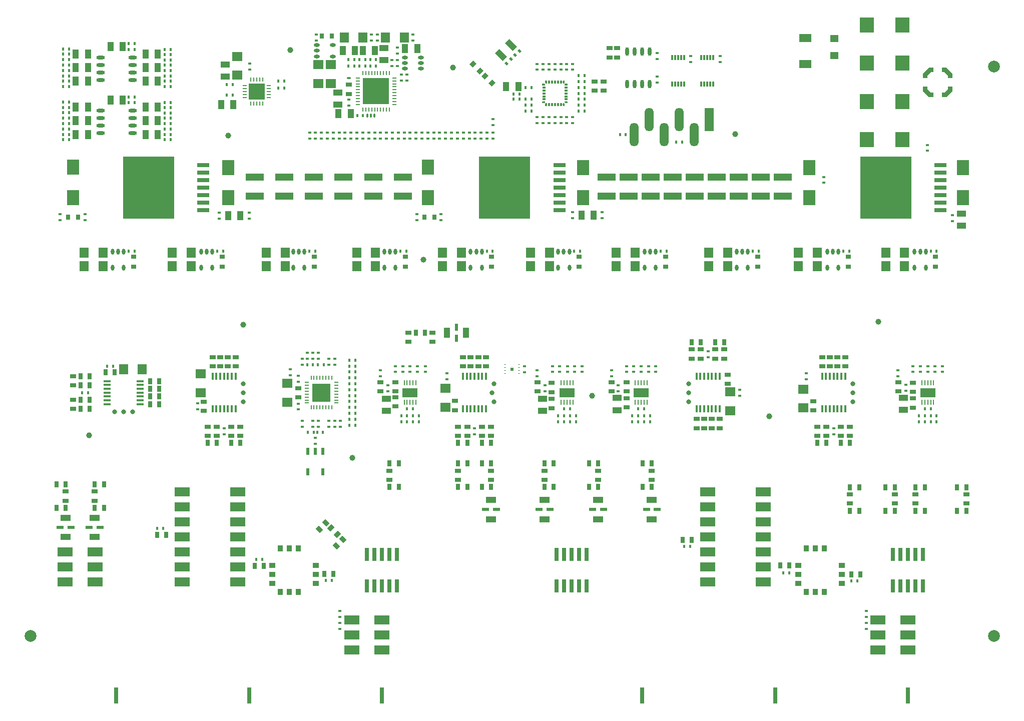
<source format=gtp>
G04*
G04 #@! TF.GenerationSoftware,Altium Limited,Altium Designer,19.1.8 (144)*
G04*
G04 Layer_Color=8421504*
%FSLAX44Y44*%
%MOMM*%
G71*
G01*
G75*
%ADD20C,1.0000*%
%ADD21R,3.0480X1.2700*%
%ADD22R,2.1000X1.4000*%
%ADD23R,1.8000X1.6000*%
%ADD24R,0.4000X0.5000*%
%ADD25R,0.5000X0.4000*%
%ADD26R,1.1000X1.5000*%
%ADD27R,1.5000X1.1000*%
%ADD28R,2.0860X0.6890*%
%ADD29R,8.6900X10.4680*%
%ADD30R,1.6000X1.8000*%
%ADD31R,0.4000X0.8500*%
%ADD32R,3.1000X3.1000*%
%ADD33O,0.7500X0.2500*%
%ADD34O,0.2500X0.7500*%
%ADD35R,0.5600X1.2000*%
%ADD36R,2.5400X1.6500*%
%ADD37C,2.0000*%
%ADD38R,2.3500X2.5700*%
%ADD39R,0.7600X2.1600*%
%ADD40R,0.8000X1.0000*%
%ADD41R,1.0000X0.8000*%
G04:AMPARAMS|DCode=42|XSize=1mm|YSize=0.8mm|CornerRadius=0mm|HoleSize=0mm|Usage=FLASHONLY|Rotation=135.000|XOffset=0mm|YOffset=0mm|HoleType=Round|Shape=Rectangle|*
%AMROTATEDRECTD42*
4,1,4,0.6364,-0.0707,0.0707,-0.6364,-0.6364,0.0707,-0.0707,0.6364,0.6364,-0.0707,0.0*
%
%ADD42ROTATEDRECTD42*%

G04:AMPARAMS|DCode=43|XSize=1mm|YSize=0.8mm|CornerRadius=0mm|HoleSize=0mm|Usage=FLASHONLY|Rotation=225.000|XOffset=0mm|YOffset=0mm|HoleType=Round|Shape=Rectangle|*
%AMROTATEDRECTD43*
4,1,4,0.0707,0.6364,0.6364,0.0707,-0.0707,-0.6364,-0.6364,-0.0707,0.0707,0.6364,0.0*
%
%ADD43ROTATEDRECTD43*%

%ADD44O,0.6000X1.0000*%
%ADD45O,1.4500X0.6000*%
%ADD46R,4.5000X4.5000*%
%ADD47O,1.0000X0.6000*%
%ADD48R,0.8000X0.9500*%
%ADD49R,0.9500X0.8000*%
%ADD50R,2.1500X2.5700*%
G04:AMPARAMS|DCode=51|XSize=0.95mm|YSize=0.8mm|CornerRadius=0mm|HoleSize=0mm|Usage=FLASHONLY|Rotation=45.000|XOffset=0mm|YOffset=0mm|HoleType=Round|Shape=Rectangle|*
%AMROTATEDRECTD51*
4,1,4,-0.0530,-0.6187,-0.6187,-0.0530,0.0530,0.6187,0.6187,0.0530,-0.0530,-0.6187,0.0*
%
%ADD51ROTATEDRECTD51*%

%ADD52R,1.0700X0.8200*%
%ADD53R,0.8200X1.0700*%
%ADD54R,0.8000X2.8000*%
%ADD55R,0.4500X1.2000*%
%ADD56O,0.2500X0.8500*%
%ADD57R,2.7500X2.7500*%
%ADD58O,0.6000X1.4500*%
G04:AMPARAMS|DCode=59|XSize=1mm|YSize=1.8mm|CornerRadius=0mm|HoleSize=0mm|Usage=FLASHONLY|Rotation=45.000|XOffset=0mm|YOffset=0mm|HoleType=Round|Shape=Rectangle|*
%AMROTATEDRECTD59*
4,1,4,0.2828,-0.9900,-0.9900,0.2828,-0.2828,0.9900,0.9900,-0.2828,0.2828,-0.9900,0.0*
%
%ADD59ROTATEDRECTD59*%

%ADD60R,1.4000X1.3000*%
%ADD61R,1.2450X0.6100*%
%ADD62R,1.8000X1.0400*%
G04:AMPARAMS|DCode=63|XSize=0.5mm|YSize=0.4mm|CornerRadius=0mm|HoleSize=0mm|Usage=FLASHONLY|Rotation=135.000|XOffset=0mm|YOffset=0mm|HoleType=Round|Shape=Rectangle|*
%AMROTATEDRECTD63*
4,1,4,0.3182,-0.0354,0.0354,-0.3182,-0.3182,0.0354,-0.0354,0.3182,0.3182,-0.0354,0.0*
%
%ADD63ROTATEDRECTD63*%

%ADD64R,0.3500X0.0500*%
%ADD65R,0.5000X0.5000*%
%ADD66R,0.3000X0.2000*%
%ADD67R,0.3000X0.5500*%
%ADD68R,0.5500X0.3000*%
%ADD69R,0.2000X0.3000*%
%ADD70R,1.2000X0.4500*%
%ADD71R,0.6100X1.2450*%
%ADD72R,1.0400X1.8000*%
%ADD73C,0.8000*%
%ADD74O,0.3000X0.8000*%
%ADD75O,0.8000X0.3000*%
%ADD76O,1.5000X4.0000*%
%ADD77R,1.5000X4.0000*%
%ADD78P,0.7071X4X180.0*%
G36*
X712500Y550000D02*
Y542500D01*
X708501Y542500D01*
X702501Y536501D01*
X702498Y532499D01*
X695000Y532500D01*
X695000Y540000D01*
X705000Y550000D01*
X712500Y550000D01*
D02*
G37*
G36*
X745000Y540000D02*
X745000Y532500D01*
X737502Y532499D01*
X737499Y536501D01*
X731499Y542500D01*
X727500Y542500D01*
Y550000D01*
X735000Y550000D01*
X745000Y540000D01*
D02*
G37*
G36*
X89003Y523996D02*
X87852Y522847D01*
X86003Y522846D01*
Y527846D01*
X89003D01*
X89003Y523996D01*
D02*
G37*
G36*
X59003Y522846D02*
X57154Y522847D01*
X56002Y523996D01*
X56003Y527846D01*
X59003D01*
Y522846D01*
D02*
G37*
G36*
X94003Y522846D02*
Y519846D01*
X89003D01*
X89004Y521696D01*
X90153Y522847D01*
X94003Y522846D01*
D02*
G37*
G36*
X56003Y521695D02*
X56003Y519846D01*
X51003D01*
Y522846D01*
X54853Y522847D01*
X56003Y521695D01*
D02*
G37*
G36*
X745000Y517500D02*
X745000Y510000D01*
X735000Y500000D01*
X727500Y500000D01*
Y507500D01*
X731499Y507500D01*
X737499Y513499D01*
X737502Y517501D01*
X745000Y517500D01*
D02*
G37*
G36*
X702501Y513499D02*
X708501Y507500D01*
X712500Y507500D01*
Y500000D01*
X705000Y500000D01*
X695000Y510000D01*
X695000Y517500D01*
X702498Y517501D01*
X702501Y513499D01*
D02*
G37*
G36*
X94003Y489847D02*
X90153Y489846D01*
X89004Y490998D01*
X89003Y492847D01*
X94003D01*
Y489847D01*
D02*
G37*
G36*
X56003Y490998D02*
X54853Y489846D01*
X51003Y489846D01*
Y492846D01*
X56003D01*
X56003Y490998D01*
D02*
G37*
G36*
X87852Y489846D02*
X89004Y488697D01*
X89003Y484847D01*
X86003D01*
Y489846D01*
X87852Y489846D01*
D02*
G37*
G36*
X59004Y484847D02*
X56003D01*
X56003Y488697D01*
X57154Y489846D01*
X59004Y489846D01*
Y484847D01*
D02*
G37*
D20*
X-715145Y-72500D02*
D03*
X377500Y437500D02*
D03*
X-150000Y225000D02*
D03*
X620000Y120000D02*
D03*
X435000Y-40000D02*
D03*
X-100000Y550000D02*
D03*
X-375000Y580000D02*
D03*
X-480000Y435000D02*
D03*
X135000Y-5000D02*
D03*
X-455000Y115000D02*
D03*
X-270000Y-110000D02*
D03*
D21*
X420378Y332450D02*
D03*
Y364450D02*
D03*
X-285050Y332450D02*
D03*
Y364450D02*
D03*
X-335050Y332450D02*
D03*
Y364450D02*
D03*
X308787Y332450D02*
D03*
Y364450D02*
D03*
X271591Y332450D02*
D03*
Y364450D02*
D03*
X234394Y332450D02*
D03*
Y364450D02*
D03*
X160000Y332450D02*
D03*
Y364450D02*
D03*
X197197Y332450D02*
D03*
Y364450D02*
D03*
X345984Y332450D02*
D03*
Y364450D02*
D03*
X383181Y332450D02*
D03*
Y364450D02*
D03*
X457575Y332450D02*
D03*
Y364450D02*
D03*
X-435050Y332450D02*
D03*
Y364450D02*
D03*
X-385050Y332450D02*
D03*
Y364450D02*
D03*
X-235050Y332450D02*
D03*
Y364450D02*
D03*
X-185050Y332450D02*
D03*
Y364450D02*
D03*
D22*
X496000Y555873D02*
D03*
Y599873D02*
D03*
D23*
X-327500Y555000D02*
D03*
Y523000D02*
D03*
X-306500Y555000D02*
D03*
Y523000D02*
D03*
X492500Y-26000D02*
D03*
X492500Y6000D02*
D03*
X-465000Y537000D02*
D03*
Y569000D02*
D03*
X-113000Y-25000D02*
D03*
Y7000D02*
D03*
X369000Y-31000D02*
D03*
Y1000D02*
D03*
X-526851Y31500D02*
D03*
Y-500D02*
D03*
X-380000Y15876D02*
D03*
Y-16123D02*
D03*
D24*
X278004Y424200D02*
D03*
X288004D02*
D03*
X-275000Y-45000D02*
D03*
X-265000D02*
D03*
X-328290Y47500D02*
D03*
X-318290D02*
D03*
X-329840Y-67000D02*
D03*
X-319840D02*
D03*
X-346790Y47500D02*
D03*
X-336790D02*
D03*
X-345240Y-67000D02*
D03*
X-335240D02*
D03*
X-265000Y45000D02*
D03*
X-275000D02*
D03*
X-265000Y-25000D02*
D03*
X-275000D02*
D03*
X-265000Y-35000D02*
D03*
X-275000D02*
D03*
X-265000Y15000D02*
D03*
X-275000D02*
D03*
X-265000Y5000D02*
D03*
X-275000D02*
D03*
X-265000Y-5000D02*
D03*
X-275000D02*
D03*
X-265000Y-55000D02*
D03*
X-275000D02*
D03*
X-265000Y55000D02*
D03*
X-275000D02*
D03*
X-265000Y35000D02*
D03*
X-275000D02*
D03*
X-265000Y25000D02*
D03*
X-275000D02*
D03*
X-265000Y-15000D02*
D03*
X-275000D02*
D03*
X-638750Y500400D02*
D03*
X32503Y486347D02*
D03*
X22503D02*
D03*
X-638750Y590400D02*
D03*
X-648750D02*
D03*
X-638750Y580400D02*
D03*
X-648750D02*
D03*
X-749750Y535900D02*
D03*
X-759750D02*
D03*
X-749750Y526900D02*
D03*
X-759750D02*
D03*
Y545270D02*
D03*
X-749750D02*
D03*
X-759750Y554270D02*
D03*
X-749750D02*
D03*
X-749750Y517900D02*
D03*
X-759750D02*
D03*
X-749750Y572489D02*
D03*
X-759750D02*
D03*
Y563489D02*
D03*
X-749750D02*
D03*
X-759750Y581489D02*
D03*
X-749750D02*
D03*
Y445900D02*
D03*
X-759750D02*
D03*
X-749750Y427900D02*
D03*
X-759750D02*
D03*
X-749750Y436900D02*
D03*
X-759750D02*
D03*
Y473489D02*
D03*
X-749750D02*
D03*
Y482489D02*
D03*
X-759750D02*
D03*
Y491489D02*
D03*
X-749750D02*
D03*
X-759750Y455270D02*
D03*
X-749750D02*
D03*
X-759750Y464270D02*
D03*
X-749750D02*
D03*
X-648750Y500400D02*
D03*
X-638750Y490400D02*
D03*
X-648750D02*
D03*
X291500Y-260000D02*
D03*
X301500D02*
D03*
X-277000Y552500D02*
D03*
X-267000D02*
D03*
X-267000Y563500D02*
D03*
X-277000D02*
D03*
X-258500Y563500D02*
D03*
X-248500Y563500D02*
D03*
X-248500Y552500D02*
D03*
X-258500D02*
D03*
X-230000D02*
D03*
X-240000D02*
D03*
Y563500D02*
D03*
X-230000D02*
D03*
X-332750Y239100D02*
D03*
X-342750D02*
D03*
X115250D02*
D03*
X105250D02*
D03*
X261250D02*
D03*
X251250D02*
D03*
X-178750D02*
D03*
X-188750D02*
D03*
X-638750D02*
D03*
X-648750D02*
D03*
X570250D02*
D03*
X560250D02*
D03*
X-488750D02*
D03*
X-498750D02*
D03*
X-32750D02*
D03*
X-42750D02*
D03*
X417250D02*
D03*
X407250D02*
D03*
X718250D02*
D03*
X708250D02*
D03*
X-685000Y44600D02*
D03*
X-675000D02*
D03*
X-577750Y535900D02*
D03*
X-587750D02*
D03*
Y526900D02*
D03*
X-577750D02*
D03*
Y545270D02*
D03*
X-587750D02*
D03*
Y554270D02*
D03*
X-577750D02*
D03*
X-587750Y517900D02*
D03*
X-577750D02*
D03*
X-587750Y580900D02*
D03*
X-577750D02*
D03*
X-587750Y571900D02*
D03*
X-577750D02*
D03*
X-587750Y562900D02*
D03*
X-577750D02*
D03*
X-577750Y445900D02*
D03*
X-587750D02*
D03*
Y436900D02*
D03*
X-577750D02*
D03*
Y455270D02*
D03*
X-587750D02*
D03*
Y464270D02*
D03*
X-577750D02*
D03*
X-587750Y427900D02*
D03*
X-577750D02*
D03*
X-587750Y490900D02*
D03*
X-577750D02*
D03*
X-587750Y481900D02*
D03*
X-577750D02*
D03*
X-587750Y472900D02*
D03*
X-577750D02*
D03*
X-432720Y-282530D02*
D03*
X-422720D02*
D03*
X-315000Y-317500D02*
D03*
X-305000D02*
D03*
X-600000Y-230000D02*
D03*
X-590000D02*
D03*
X469000Y-305000D02*
D03*
X459000D02*
D03*
X573750Y-318250D02*
D03*
X583750D02*
D03*
X698147Y-39600D02*
D03*
X688147D02*
D03*
X718147Y-49600D02*
D03*
X708147D02*
D03*
X698147D02*
D03*
X688147D02*
D03*
X-472500Y521500D02*
D03*
X-482500D02*
D03*
X-472500Y503350D02*
D03*
X-482500D02*
D03*
X-385500Y527350D02*
D03*
X-395500D02*
D03*
X-385500Y515350D02*
D03*
X-395500D02*
D03*
X-252000Y469000D02*
D03*
X-262000Y469000D02*
D03*
X213197Y-27050D02*
D03*
X223197D02*
D03*
X182500Y436700D02*
D03*
X192500D02*
D03*
X233197Y-49550D02*
D03*
X223197D02*
D03*
X108197Y-39599D02*
D03*
X98197Y-39599D02*
D03*
X88197D02*
D03*
X78197D02*
D03*
X88197Y-49599D02*
D03*
X78197D02*
D03*
X-157553Y-39600D02*
D03*
X-167553Y-39600D02*
D03*
X-177553D02*
D03*
X-187553D02*
D03*
X-177553Y-49600D02*
D03*
X-187553D02*
D03*
X122503Y496347D02*
D03*
X112503D02*
D03*
X22503Y476347D02*
D03*
X32503D02*
D03*
X22503Y516347D02*
D03*
X32503D02*
D03*
Y496347D02*
D03*
X22503D02*
D03*
X122503Y486347D02*
D03*
X112503D02*
D03*
X122503Y516347D02*
D03*
X112503D02*
D03*
X213197Y-39550D02*
D03*
X203197D02*
D03*
X213197Y-49550D02*
D03*
X203197D02*
D03*
X12503Y505597D02*
D03*
X2503D02*
D03*
X-717250Y-0D02*
D03*
X-727250D02*
D03*
X122503Y536347D02*
D03*
X112503D02*
D03*
X122503Y526347D02*
D03*
X112503D02*
D03*
X233197Y-39550D02*
D03*
X223197D02*
D03*
X88197Y-27099D02*
D03*
X98197Y-27099D02*
D03*
X108197Y-49599D02*
D03*
X98197D02*
D03*
X-177553Y-27100D02*
D03*
X-167553Y-27100D02*
D03*
X12503Y496597D02*
D03*
X2503D02*
D03*
X-157553Y-49600D02*
D03*
X-167553D02*
D03*
X122503Y506347D02*
D03*
X112503D02*
D03*
X122503Y476347D02*
D03*
X112503D02*
D03*
X708147Y-39600D02*
D03*
X718147Y-39600D02*
D03*
X708147Y-27100D02*
D03*
X698147Y-27100D02*
D03*
D25*
X-495000Y294505D02*
D03*
Y304505D02*
D03*
X745000Y290000D02*
D03*
Y300000D02*
D03*
X-300000Y57500D02*
D03*
Y47500D02*
D03*
X-291073Y-369350D02*
D03*
Y-379350D02*
D03*
X598927Y-369350D02*
D03*
Y-379350D02*
D03*
X-328040Y-57500D02*
D03*
Y-47500D02*
D03*
X-327840Y57500D02*
D03*
Y67500D02*
D03*
X-337240Y57500D02*
D03*
Y67500D02*
D03*
X-346790D02*
D03*
Y57500D02*
D03*
X-332540Y-86500D02*
D03*
Y-76500D02*
D03*
X-337040Y-57500D02*
D03*
Y-47500D02*
D03*
X-290919Y-57500D02*
D03*
Y-47500D02*
D03*
X-32500Y463000D02*
D03*
Y453000D02*
D03*
X-355084Y-47500D02*
D03*
Y-57500D02*
D03*
X-310000Y-47500D02*
D03*
Y-57500D02*
D03*
X-299960D02*
D03*
Y-47500D02*
D03*
X302500Y559600D02*
D03*
Y569600D02*
D03*
X-444000Y546500D02*
D03*
Y556500D02*
D03*
X-228000Y596000D02*
D03*
Y606000D02*
D03*
X-238000Y596000D02*
D03*
Y606000D02*
D03*
X-168000Y596000D02*
D03*
Y606000D02*
D03*
X-177500Y538000D02*
D03*
Y528000D02*
D03*
X-375000Y29600D02*
D03*
Y39600D02*
D03*
X-331000Y606000D02*
D03*
Y596000D02*
D03*
X652500Y27500D02*
D03*
Y37500D02*
D03*
X42500Y27500D02*
D03*
Y37500D02*
D03*
X168000Y27550D02*
D03*
Y37550D02*
D03*
X-222500Y27500D02*
D03*
Y37500D02*
D03*
X497500Y32500D02*
D03*
Y22500D02*
D03*
X-531850Y-28000D02*
D03*
Y-18000D02*
D03*
X-110000Y32750D02*
D03*
Y22750D02*
D03*
X385000Y5000D02*
D03*
Y-5000D02*
D03*
X-765000Y301850D02*
D03*
Y291850D02*
D03*
X-722500Y292100D02*
D03*
Y302100D02*
D03*
X-444600Y294505D02*
D03*
Y304505D02*
D03*
X102500Y295000D02*
D03*
Y305000D02*
D03*
X-161250Y302100D02*
D03*
Y292100D02*
D03*
X-120000D02*
D03*
Y302100D02*
D03*
X152500Y295000D02*
D03*
Y305000D02*
D03*
X527500Y355000D02*
D03*
Y365000D02*
D03*
X702500Y419206D02*
D03*
Y409206D02*
D03*
X-291073Y-399850D02*
D03*
Y-389850D02*
D03*
X-362000Y18376D02*
D03*
Y28377D02*
D03*
Y-28623D02*
D03*
Y-18623D02*
D03*
X544000Y-60250D02*
D03*
Y-70250D02*
D03*
X728147Y34900D02*
D03*
Y44900D02*
D03*
X715647D02*
D03*
Y34900D02*
D03*
X703147Y44900D02*
D03*
Y34900D02*
D03*
X690647Y44900D02*
D03*
Y34900D02*
D03*
X678147Y44900D02*
D03*
Y34900D02*
D03*
X666000Y3000D02*
D03*
Y13000D02*
D03*
X598927Y-389850D02*
D03*
Y-399850D02*
D03*
X245753Y564603D02*
D03*
Y574603D02*
D03*
X245753Y534603D02*
D03*
X245753Y524603D02*
D03*
X-194000Y574000D02*
D03*
Y584000D02*
D03*
X-187500Y538000D02*
D03*
Y528000D02*
D03*
X-276500Y486000D02*
D03*
Y496000D02*
D03*
X118147Y34900D02*
D03*
Y44900D02*
D03*
X205947Y44950D02*
D03*
X205947Y34950D02*
D03*
X193447Y44950D02*
D03*
Y34950D02*
D03*
X179700Y2600D02*
D03*
X179700Y12600D02*
D03*
X102503Y556347D02*
D03*
Y546347D02*
D03*
X93448Y44950D02*
D03*
Y34950D02*
D03*
X230697Y44950D02*
D03*
Y34950D02*
D03*
X82503Y556347D02*
D03*
Y546347D02*
D03*
X-172553Y44900D02*
D03*
X-172553Y34900D02*
D03*
X80697Y44950D02*
D03*
Y34950D02*
D03*
X-63500Y-60250D02*
D03*
Y-70250D02*
D03*
X52753Y556347D02*
D03*
Y546347D02*
D03*
X72503Y556347D02*
D03*
Y546347D02*
D03*
X-355084Y57500D02*
D03*
Y47500D02*
D03*
X42503Y466347D02*
D03*
Y456347D02*
D03*
X92503D02*
D03*
Y466347D02*
D03*
X-146853Y34900D02*
D03*
Y44900D02*
D03*
X62503Y456347D02*
D03*
Y466347D02*
D03*
X105697Y44950D02*
D03*
Y34950D02*
D03*
X218447Y44950D02*
D03*
Y34950D02*
D03*
X42503Y556347D02*
D03*
Y546347D02*
D03*
X62503Y556347D02*
D03*
Y546347D02*
D03*
X55700Y2600D02*
D03*
Y12600D02*
D03*
X68197Y44950D02*
D03*
Y34950D02*
D03*
X-197303Y44900D02*
D03*
Y34900D02*
D03*
X-185053Y44900D02*
D03*
Y34900D02*
D03*
X-209800Y2100D02*
D03*
Y12100D02*
D03*
X352500Y569600D02*
D03*
Y559600D02*
D03*
X82503Y466347D02*
D03*
Y456347D02*
D03*
X-160053Y44900D02*
D03*
Y34900D02*
D03*
X-310000Y57500D02*
D03*
Y47500D02*
D03*
X-487250Y-60250D02*
D03*
Y-70250D02*
D03*
X243147Y34900D02*
D03*
Y44900D02*
D03*
X331500Y60250D02*
D03*
Y70250D02*
D03*
X92253Y556347D02*
D03*
Y546347D02*
D03*
X21000Y44600D02*
D03*
Y34600D02*
D03*
X72503Y456347D02*
D03*
Y466347D02*
D03*
X102503Y456347D02*
D03*
Y466347D02*
D03*
X-132500Y430000D02*
D03*
Y440000D02*
D03*
X-42500Y430000D02*
D03*
X-42500Y440000D02*
D03*
X-312500Y430000D02*
D03*
Y440000D02*
D03*
X-203000Y563000D02*
D03*
X-203000Y553000D02*
D03*
X-282500Y430000D02*
D03*
Y440000D02*
D03*
X52503Y466347D02*
D03*
Y456347D02*
D03*
X-272500Y440000D02*
D03*
Y430000D02*
D03*
X-302500Y440000D02*
D03*
Y430000D02*
D03*
X-292500Y440000D02*
D03*
X-292500Y430000D02*
D03*
X-322500Y440000D02*
D03*
Y430000D02*
D03*
X-342500Y440000D02*
D03*
Y430000D02*
D03*
X-332500Y440000D02*
D03*
X-332500Y430000D02*
D03*
X-262500Y440000D02*
D03*
Y430000D02*
D03*
X-252500Y440000D02*
D03*
Y430000D02*
D03*
X-242500Y440000D02*
D03*
Y430000D02*
D03*
X-232500Y440000D02*
D03*
X-232500Y430000D02*
D03*
X-222500Y440000D02*
D03*
Y430000D02*
D03*
X-212500Y440000D02*
D03*
X-212500Y430000D02*
D03*
X-202500Y440000D02*
D03*
Y430000D02*
D03*
X-192500Y440000D02*
D03*
Y430000D02*
D03*
X-182500Y440000D02*
D03*
X-182500Y430000D02*
D03*
X-172500Y440000D02*
D03*
Y430000D02*
D03*
X-162500Y440000D02*
D03*
Y430000D02*
D03*
X-152500Y440000D02*
D03*
Y430000D02*
D03*
X-142500Y440000D02*
D03*
Y430000D02*
D03*
X-122500Y440000D02*
D03*
X-122500Y430000D02*
D03*
X-112500Y440000D02*
D03*
Y430000D02*
D03*
X-102500Y440000D02*
D03*
X-102500Y430000D02*
D03*
X-92500Y440000D02*
D03*
X-92500Y430000D02*
D03*
X-82500Y440000D02*
D03*
X-82500Y430000D02*
D03*
X-72500Y440000D02*
D03*
Y430000D02*
D03*
X-62500Y440000D02*
D03*
Y430000D02*
D03*
X-52500Y440000D02*
D03*
Y430000D02*
D03*
X-32500Y440000D02*
D03*
Y430000D02*
D03*
X-194000Y553000D02*
D03*
Y563000D02*
D03*
D26*
X117250Y300000D02*
D03*
X137750D02*
D03*
X-717500Y572900D02*
D03*
X-738000D02*
D03*
X-717500Y526900D02*
D03*
X-738000D02*
D03*
X-717500Y549925D02*
D03*
X-738000D02*
D03*
X-619750Y526900D02*
D03*
X-599250D02*
D03*
X-620000Y549925D02*
D03*
X-599500D02*
D03*
X-658500Y585400D02*
D03*
X-679000D02*
D03*
X-619750Y436900D02*
D03*
X-599250D02*
D03*
X-620000Y459925D02*
D03*
X-599500D02*
D03*
X-717500Y482900D02*
D03*
X-738000D02*
D03*
X-717500Y459925D02*
D03*
X-738000D02*
D03*
X-717500Y436900D02*
D03*
X-738000D02*
D03*
X-658500Y495400D02*
D03*
X-679000D02*
D03*
X-266000Y579000D02*
D03*
X-286500D02*
D03*
X-252500D02*
D03*
X-232000D02*
D03*
X-620000Y572900D02*
D03*
X-599500D02*
D03*
X-620000Y482900D02*
D03*
X-599500Y482900D02*
D03*
X-459750Y299505D02*
D03*
X-480250D02*
D03*
X-492250Y487100D02*
D03*
X-471750Y487100D02*
D03*
X-160500Y582000D02*
D03*
X-181000Y582000D02*
D03*
X-273000Y472000D02*
D03*
X-293500Y472000D02*
D03*
X-9997Y517597D02*
D03*
X10503D02*
D03*
D27*
X760000Y302750D02*
D03*
Y282250D02*
D03*
X-217000Y562500D02*
D03*
X-217000Y583000D02*
D03*
X662000Y-29250D02*
D03*
Y-8750D02*
D03*
X-485000Y555250D02*
D03*
Y534750D02*
D03*
X-295000Y507500D02*
D03*
X-295000Y487000D02*
D03*
X51700Y-30650D02*
D03*
Y-10150D02*
D03*
X-212300Y-30650D02*
D03*
X-212300Y-10150D02*
D03*
X177700Y-29650D02*
D03*
Y-9150D02*
D03*
D28*
X80125Y308950D02*
D03*
Y321650D02*
D03*
Y334350D02*
D03*
Y347050D02*
D03*
Y359750D02*
D03*
Y372450D02*
D03*
Y385150D02*
D03*
X724710Y308950D02*
D03*
Y321650D02*
D03*
Y334350D02*
D03*
Y347050D02*
D03*
Y359750D02*
D03*
Y372450D02*
D03*
Y385150D02*
D03*
X-522375Y308950D02*
D03*
Y321650D02*
D03*
Y334350D02*
D03*
Y347050D02*
D03*
Y359750D02*
D03*
Y372450D02*
D03*
Y385150D02*
D03*
D29*
X-12585Y347050D02*
D03*
X632000D02*
D03*
X-615085D02*
D03*
D30*
X-692000Y213600D02*
D03*
X-724000D02*
D03*
X516000D02*
D03*
X484000D02*
D03*
X-543000D02*
D03*
X-575000D02*
D03*
X-86000D02*
D03*
X-118000D02*
D03*
X365000D02*
D03*
X333000D02*
D03*
X664000D02*
D03*
X632000D02*
D03*
X63000D02*
D03*
X31000D02*
D03*
X208000D02*
D03*
X176000D02*
D03*
X-231000D02*
D03*
X-263000D02*
D03*
X-384000D02*
D03*
X-416000D02*
D03*
X-692000Y236600D02*
D03*
X-724000D02*
D03*
X516000D02*
D03*
X484000D02*
D03*
X-543000D02*
D03*
X-575000D02*
D03*
X-86000D02*
D03*
X-118000D02*
D03*
X365000D02*
D03*
X333000D02*
D03*
X664000D02*
D03*
X632000D02*
D03*
X63000D02*
D03*
X31000D02*
D03*
X208000D02*
D03*
X176000D02*
D03*
X-231000D02*
D03*
X-263000D02*
D03*
X-384000D02*
D03*
X-416000D02*
D03*
X-252000Y601000D02*
D03*
X-284000Y601000D02*
D03*
X-214000Y601000D02*
D03*
X-182000D02*
D03*
X-625500Y39600D02*
D03*
X-657500Y39600D02*
D03*
D31*
X290753Y522103D02*
D03*
X285753D02*
D03*
X280753D02*
D03*
X275753D02*
D03*
X270753D02*
D03*
Y567103D02*
D03*
X275753Y567103D02*
D03*
X280753Y567103D02*
D03*
X290753Y567103D02*
D03*
X285753Y567103D02*
D03*
X335000Y567100D02*
D03*
X340000Y567100D02*
D03*
X330000Y567100D02*
D03*
X325000Y567100D02*
D03*
X320000D02*
D03*
X320000Y522100D02*
D03*
X325000D02*
D03*
X330000Y522100D02*
D03*
X335000D02*
D03*
X340000Y522100D02*
D03*
D32*
X-322540Y-124D02*
D03*
D33*
X-347540Y-17623D02*
D03*
Y-12623D02*
D03*
Y-7624D02*
D03*
Y-2623D02*
D03*
Y2377D02*
D03*
Y7376D02*
D03*
Y12377D02*
D03*
Y17377D02*
D03*
X-297540D02*
D03*
Y12377D02*
D03*
Y7376D02*
D03*
Y2377D02*
D03*
Y-2623D02*
D03*
Y-7624D02*
D03*
Y-12623D02*
D03*
X-297540Y-17623D02*
D03*
X-199250Y532500D02*
D03*
Y527500D02*
D03*
Y522500D02*
D03*
Y517500D02*
D03*
Y512500D02*
D03*
Y507500D02*
D03*
Y502500D02*
D03*
Y497500D02*
D03*
Y492500D02*
D03*
Y487500D02*
D03*
X-260750D02*
D03*
X-260750Y492500D02*
D03*
Y497500D02*
D03*
Y502500D02*
D03*
X-260750Y507500D02*
D03*
Y512500D02*
D03*
X-260750Y517500D02*
D03*
X-260750Y522500D02*
D03*
X-260750Y527500D02*
D03*
X-260750Y532500D02*
D03*
X-412000Y519500D02*
D03*
X-412000Y514500D02*
D03*
X-412000Y509500D02*
D03*
Y504500D02*
D03*
X-412000Y499500D02*
D03*
X-452000D02*
D03*
Y504500D02*
D03*
Y509500D02*
D03*
X-452000Y514500D02*
D03*
Y519500D02*
D03*
D34*
X-340040Y24877D02*
D03*
X-335040D02*
D03*
X-330040D02*
D03*
X-325040D02*
D03*
X-320040D02*
D03*
X-315040D02*
D03*
X-310040D02*
D03*
X-305040D02*
D03*
Y-25124D02*
D03*
X-310040D02*
D03*
X-315040D02*
D03*
X-320040D02*
D03*
X-325040D02*
D03*
X-330040D02*
D03*
X-335040D02*
D03*
X-340040D02*
D03*
X-207500Y479250D02*
D03*
X-212500D02*
D03*
X-217500D02*
D03*
X-222500D02*
D03*
X-227500D02*
D03*
X-232500D02*
D03*
X-237500D02*
D03*
X-242500D02*
D03*
X-247500D02*
D03*
X-252500D02*
D03*
Y540750D02*
D03*
X-247500D02*
D03*
X-242500D02*
D03*
X-237500D02*
D03*
X-232500D02*
D03*
X-227500D02*
D03*
X-222500D02*
D03*
X-217500D02*
D03*
X-212500D02*
D03*
X-207500D02*
D03*
X-442000Y529500D02*
D03*
X-437000Y529500D02*
D03*
X-432000Y529500D02*
D03*
X-427000Y529500D02*
D03*
X-422000Y489500D02*
D03*
X-427000Y489500D02*
D03*
X-432000D02*
D03*
X-437000D02*
D03*
X-442000D02*
D03*
X-422000Y529500D02*
D03*
D35*
X-345240Y-99700D02*
D03*
X-332540D02*
D03*
X-319840D02*
D03*
Y-134000D02*
D03*
X-345240D02*
D03*
D36*
X-270800Y-435400D02*
D03*
Y-410000D02*
D03*
Y-384600D02*
D03*
X-220000D02*
D03*
Y-410000D02*
D03*
Y-435400D02*
D03*
X331250Y-168300D02*
D03*
Y-193700D02*
D03*
Y-219100D02*
D03*
Y-244500D02*
D03*
Y-269900D02*
D03*
Y-295300D02*
D03*
Y-320700D02*
D03*
X425250Y-320700D02*
D03*
Y-295300D02*
D03*
Y-269900D02*
D03*
Y-244500D02*
D03*
X425250Y-219100D02*
D03*
X425250Y-193700D02*
D03*
Y-168300D02*
D03*
X703147Y-100D02*
D03*
X218197Y-50D02*
D03*
X93197Y-99D02*
D03*
X-172553Y-100D02*
D03*
X670000Y-435400D02*
D03*
Y-410000D02*
D03*
Y-384600D02*
D03*
X619200D02*
D03*
X619200Y-410000D02*
D03*
X619200Y-435400D02*
D03*
X-756000Y-320400D02*
D03*
X-756000Y-295000D02*
D03*
X-756000Y-269600D02*
D03*
X-705200D02*
D03*
Y-295000D02*
D03*
Y-320400D02*
D03*
X-558250Y-168100D02*
D03*
X-558250Y-193500D02*
D03*
X-558250Y-218900D02*
D03*
Y-244300D02*
D03*
Y-269700D02*
D03*
Y-295100D02*
D03*
Y-320500D02*
D03*
X-464250D02*
D03*
Y-295100D02*
D03*
Y-269700D02*
D03*
Y-244300D02*
D03*
Y-218900D02*
D03*
Y-193500D02*
D03*
Y-168100D02*
D03*
D37*
X815000Y551650D02*
D03*
Y-411650D02*
D03*
X-815000D02*
D03*
D38*
X600000Y492200D02*
D03*
Y427800D02*
D03*
X660000Y492200D02*
D03*
Y427800D02*
D03*
X660000Y557800D02*
D03*
Y622200D02*
D03*
X600000Y557800D02*
D03*
Y622200D02*
D03*
D39*
X644600Y-326950D02*
D03*
X657300D02*
D03*
X670000D02*
D03*
X682700D02*
D03*
X695400D02*
D03*
Y-273350D02*
D03*
X682700D02*
D03*
X670000D02*
D03*
X657300D02*
D03*
X644600D02*
D03*
X74975D02*
D03*
X87675D02*
D03*
X100375D02*
D03*
X113075D02*
D03*
X125775D02*
D03*
Y-326950D02*
D03*
X113075D02*
D03*
X100375D02*
D03*
X87675D02*
D03*
X74975D02*
D03*
X-245400Y-273350D02*
D03*
X-232700D02*
D03*
X-220000D02*
D03*
X-207300D02*
D03*
X-194600D02*
D03*
Y-326950D02*
D03*
X-207300Y-326950D02*
D03*
X-220000Y-326950D02*
D03*
X-232700D02*
D03*
X-245400D02*
D03*
D40*
X698200Y-160000D02*
D03*
X682700D02*
D03*
X698200Y-200000D02*
D03*
X682700D02*
D03*
X-755200Y-155250D02*
D03*
X-770700D02*
D03*
X-755200Y-195250D02*
D03*
X-770700D02*
D03*
X-706000Y-155250D02*
D03*
X-690500D02*
D03*
X-706000Y-195250D02*
D03*
X-690500D02*
D03*
X-207300Y-119750D02*
D03*
X-191800D02*
D03*
X-207300Y-159750D02*
D03*
X-191800D02*
D03*
X-91250D02*
D03*
X-75750D02*
D03*
X-91250Y-119750D02*
D03*
X-75750D02*
D03*
X-35750D02*
D03*
X-51250D02*
D03*
X-35750Y-159750D02*
D03*
X-51250D02*
D03*
X145750Y-119750D02*
D03*
X130250D02*
D03*
X145750Y-159750D02*
D03*
X130250D02*
D03*
X647300Y-160000D02*
D03*
X631800D02*
D03*
X647300Y-200000D02*
D03*
X631800D02*
D03*
X768250Y-160002D02*
D03*
X752750D02*
D03*
X571750Y-160000D02*
D03*
X587250D02*
D03*
X768250Y-200002D02*
D03*
X752750D02*
D03*
X236500Y-119750D02*
D03*
X221000D02*
D03*
X236500Y-159750D02*
D03*
X221000D02*
D03*
X571750Y-200000D02*
D03*
X587250D02*
D03*
X55000Y-119750D02*
D03*
X70500D02*
D03*
X55000Y-159750D02*
D03*
X70500D02*
D03*
X-147250Y101600D02*
D03*
X-162750D02*
D03*
X-435500Y-293500D02*
D03*
X-420000D02*
D03*
X-585000Y-241000D02*
D03*
X-600500D02*
D03*
X453500Y-292530D02*
D03*
X469000D02*
D03*
X304000Y-249000D02*
D03*
X288500D02*
D03*
X-317500Y-306500D02*
D03*
X-302000D02*
D03*
X556250Y-85250D02*
D03*
X571750D02*
D03*
X516250D02*
D03*
X531750D02*
D03*
X573750Y-307770D02*
D03*
X589250D02*
D03*
X319250Y85250D02*
D03*
X303750D02*
D03*
X359250D02*
D03*
X343750D02*
D03*
X-515000Y-85250D02*
D03*
X-499500D02*
D03*
X-612500Y19500D02*
D03*
X-597000D02*
D03*
X-730000Y-27750D02*
D03*
X-714500D02*
D03*
X-687750Y34600D02*
D03*
X-672250D02*
D03*
X-51250Y-85250D02*
D03*
X-35750D02*
D03*
X-91250D02*
D03*
X-75750D02*
D03*
X-475000Y-85250D02*
D03*
X-459500D02*
D03*
X-730000Y27750D02*
D03*
X-714500D02*
D03*
Y12250D02*
D03*
X-730000D02*
D03*
X-612500Y6500D02*
D03*
X-597000D02*
D03*
X-730000Y-12250D02*
D03*
X-714500D02*
D03*
X-612500Y-19500D02*
D03*
X-597000D02*
D03*
X-612500Y-6500D02*
D03*
X-597000D02*
D03*
D41*
X682700Y-187750D02*
D03*
Y-172250D02*
D03*
X-755200Y-167500D02*
D03*
Y-183000D02*
D03*
X-706000Y-167500D02*
D03*
Y-183000D02*
D03*
X-207300Y-132000D02*
D03*
Y-147500D02*
D03*
X-91250D02*
D03*
Y-132000D02*
D03*
X-35750D02*
D03*
Y-147500D02*
D03*
X145750Y-132000D02*
D03*
Y-147500D02*
D03*
X647300Y-172250D02*
D03*
Y-187750D02*
D03*
X768250Y-172252D02*
D03*
Y-187752D02*
D03*
X236500Y-132000D02*
D03*
Y-147500D02*
D03*
X571750Y-172250D02*
D03*
Y-187750D02*
D03*
X55000Y-132000D02*
D03*
Y-147500D02*
D03*
X-135000Y101600D02*
D03*
Y86100D02*
D03*
X-175000Y101600D02*
D03*
Y86100D02*
D03*
X165000Y567250D02*
D03*
Y582750D02*
D03*
X177500Y567250D02*
D03*
Y582750D02*
D03*
X155000Y511000D02*
D03*
Y526500D02*
D03*
X140000Y511000D02*
D03*
Y526500D02*
D03*
X-276000Y521000D02*
D03*
Y505500D02*
D03*
X563500Y44500D02*
D03*
Y60000D02*
D03*
X550500Y44500D02*
D03*
Y60000D02*
D03*
X537500Y44500D02*
D03*
Y60000D02*
D03*
X524500D02*
D03*
Y44500D02*
D03*
X510000Y-30000D02*
D03*
Y-14500D02*
D03*
X571750Y-73000D02*
D03*
Y-57500D02*
D03*
X556250Y-73000D02*
D03*
Y-57500D02*
D03*
X531750Y-73000D02*
D03*
Y-57500D02*
D03*
X516250Y-73000D02*
D03*
Y-57500D02*
D03*
X678000Y1250D02*
D03*
Y16750D02*
D03*
X653147Y17650D02*
D03*
Y2150D02*
D03*
X678000Y-10000D02*
D03*
Y-25500D02*
D03*
X325000Y-44500D02*
D03*
Y-60000D02*
D03*
X338000Y-44500D02*
D03*
Y-60000D02*
D03*
X-83000Y44500D02*
D03*
Y60000D02*
D03*
X168197Y17700D02*
D03*
Y2200D02*
D03*
X-44000Y44500D02*
D03*
Y60000D02*
D03*
X-97000Y-29500D02*
D03*
Y-14000D02*
D03*
X66700Y-10650D02*
D03*
Y-26150D02*
D03*
X-91250Y-73000D02*
D03*
Y-57500D02*
D03*
X-35750Y-73000D02*
D03*
Y-57500D02*
D03*
X66700Y850D02*
D03*
Y16350D02*
D03*
X-362000Y7627D02*
D03*
Y-7873D02*
D03*
X-75750Y-73000D02*
D03*
Y-57500D02*
D03*
X-51250Y-73000D02*
D03*
Y-57500D02*
D03*
X-197553Y2150D02*
D03*
Y17650D02*
D03*
X-197300Y-7650D02*
D03*
Y-23150D02*
D03*
X-506750Y44500D02*
D03*
Y60000D02*
D03*
X-742250Y27750D02*
D03*
Y12250D02*
D03*
X-480750Y44500D02*
D03*
Y60000D02*
D03*
X-493750Y44500D02*
D03*
Y60000D02*
D03*
X-742250Y-12250D02*
D03*
Y-27750D02*
D03*
X351000Y-44500D02*
D03*
Y-60000D02*
D03*
X365000Y30250D02*
D03*
Y14750D02*
D03*
X359250Y73000D02*
D03*
Y57500D02*
D03*
X43197Y17651D02*
D03*
Y2150D02*
D03*
X-70000Y44500D02*
D03*
Y60000D02*
D03*
X-515000Y-73000D02*
D03*
Y-57500D02*
D03*
X-521850Y-30750D02*
D03*
Y-15250D02*
D03*
X-467750Y44500D02*
D03*
Y60000D02*
D03*
X193700Y1850D02*
D03*
Y17350D02*
D03*
X312000Y-44500D02*
D03*
Y-60000D02*
D03*
X319250Y73000D02*
D03*
Y57500D02*
D03*
X303750Y73000D02*
D03*
Y57500D02*
D03*
X193700Y-9650D02*
D03*
Y-25150D02*
D03*
X343750Y73000D02*
D03*
Y57500D02*
D03*
X-57000Y44500D02*
D03*
X-57000Y60000D02*
D03*
X-222553Y17650D02*
D03*
Y2150D02*
D03*
X-499500Y-73000D02*
D03*
Y-57500D02*
D03*
X-475000Y-73000D02*
D03*
Y-57500D02*
D03*
X-459500Y-73000D02*
D03*
Y-57500D02*
D03*
D42*
X-315100Y-220300D02*
D03*
X-326060Y-231260D02*
D03*
X-286500Y-248500D02*
D03*
X-297460Y-259460D02*
D03*
D43*
X-306321Y-229079D02*
D03*
X-295360Y-240039D02*
D03*
D44*
X551913Y238600D02*
D03*
X542413D02*
D03*
X532913D02*
D03*
X551913Y211600D02*
D03*
X532913D02*
D03*
X-351087Y238600D02*
D03*
X-360587D02*
D03*
X-370087D02*
D03*
X-351087Y211600D02*
D03*
X-370087D02*
D03*
X96913Y238600D02*
D03*
X87413D02*
D03*
X77913D02*
D03*
X96913Y211600D02*
D03*
X77913D02*
D03*
X242913Y238600D02*
D03*
X233413D02*
D03*
X223913D02*
D03*
X242913Y211600D02*
D03*
X223913D02*
D03*
X-197087Y238600D02*
D03*
X-206587D02*
D03*
X-216087D02*
D03*
X-197087Y211600D02*
D03*
X-216087D02*
D03*
X-657087Y238600D02*
D03*
X-666587D02*
D03*
X-676087D02*
D03*
X-657087Y211600D02*
D03*
X-676087D02*
D03*
X-507087Y238600D02*
D03*
X-516587D02*
D03*
X-526087D02*
D03*
X-507087Y211600D02*
D03*
X-526087D02*
D03*
X-51087Y238600D02*
D03*
X-60587D02*
D03*
X-70087D02*
D03*
X-51087Y211600D02*
D03*
X-70087D02*
D03*
X398913Y238600D02*
D03*
X389413D02*
D03*
X379913D02*
D03*
X398913Y211600D02*
D03*
X379913D02*
D03*
X699913Y238600D02*
D03*
X690413D02*
D03*
X680913Y238600D02*
D03*
X699913Y211600D02*
D03*
X680913D02*
D03*
D45*
X-696000Y566950D02*
D03*
Y554250D02*
D03*
Y541550D02*
D03*
Y528850D02*
D03*
X-641500Y566950D02*
D03*
Y554250D02*
D03*
Y541550D02*
D03*
Y528850D02*
D03*
X-696000Y476950D02*
D03*
Y464250D02*
D03*
Y451550D02*
D03*
Y438850D02*
D03*
X-641500Y476950D02*
D03*
Y464250D02*
D03*
Y451550D02*
D03*
Y438850D02*
D03*
D46*
X-230000Y510000D02*
D03*
D47*
X-154500Y548337D02*
D03*
Y557837D02*
D03*
Y567337D02*
D03*
X-181500Y557837D02*
D03*
Y567337D02*
D03*
Y548337D02*
D03*
X-330500Y587913D02*
D03*
Y578413D02*
D03*
Y568913D02*
D03*
X-303500Y587913D02*
D03*
Y568913D02*
D03*
D48*
X-321750Y603750D02*
D03*
X-305250Y603750D02*
D03*
X-148250Y297100D02*
D03*
X-131750D02*
D03*
X-750750Y297100D02*
D03*
X-734250Y297100D02*
D03*
D49*
X-334500Y229850D02*
D03*
Y213350D02*
D03*
X113500Y229850D02*
D03*
Y213350D02*
D03*
X259500Y229850D02*
D03*
Y213350D02*
D03*
X-180500Y229850D02*
D03*
Y213350D02*
D03*
X-640500Y229850D02*
D03*
Y213350D02*
D03*
X568500Y229850D02*
D03*
Y213350D02*
D03*
X-490500Y229850D02*
D03*
Y213350D02*
D03*
X-34500Y229850D02*
D03*
Y213350D02*
D03*
X415500Y229850D02*
D03*
Y213350D02*
D03*
X716500Y229850D02*
D03*
Y213350D02*
D03*
D50*
X-742500Y381200D02*
D03*
Y330000D02*
D03*
X-480250Y381105D02*
D03*
X-480250Y329905D02*
D03*
X-142500Y381200D02*
D03*
Y330000D02*
D03*
X120000Y381105D02*
D03*
Y329905D02*
D03*
X502500Y381105D02*
D03*
Y329905D02*
D03*
X762500Y381105D02*
D03*
Y329905D02*
D03*
D51*
X-34166Y524166D02*
D03*
X-45834Y535834D02*
D03*
X-65834Y555834D02*
D03*
X-54166Y544166D02*
D03*
D52*
X-332295Y-292530D02*
D03*
Y-307770D02*
D03*
Y-323010D02*
D03*
X-405955D02*
D03*
Y-307770D02*
D03*
Y-292530D02*
D03*
X557705D02*
D03*
Y-307770D02*
D03*
Y-323010D02*
D03*
X484045D02*
D03*
Y-307770D02*
D03*
Y-292530D02*
D03*
D53*
X-361505Y-336980D02*
D03*
X-376745D02*
D03*
X-391985D02*
D03*
Y-263320D02*
D03*
X-376745D02*
D03*
X-361505D02*
D03*
X528495Y-336980D02*
D03*
X513255D02*
D03*
X498015D02*
D03*
Y-263320D02*
D03*
X513255D02*
D03*
X528495D02*
D03*
D54*
X445000Y-512650D02*
D03*
X670000D02*
D03*
X220000D02*
D03*
X-445000D02*
D03*
X-220000D02*
D03*
X-670000D02*
D03*
D55*
X524500Y27750D02*
D03*
X531000Y27750D02*
D03*
X537500D02*
D03*
X544000D02*
D03*
X550500D02*
D03*
X557000D02*
D03*
X563500Y27750D02*
D03*
X563500Y-27750D02*
D03*
X557000D02*
D03*
X550500D02*
D03*
X544000D02*
D03*
X537500D02*
D03*
X531000D02*
D03*
X524500D02*
D03*
X351000Y27750D02*
D03*
X344500D02*
D03*
X338000D02*
D03*
X331500D02*
D03*
X325000D02*
D03*
X318500D02*
D03*
X312000Y27750D02*
D03*
X312000Y-27750D02*
D03*
X318500Y-27750D02*
D03*
X325000D02*
D03*
X331500D02*
D03*
X338000D02*
D03*
X344500D02*
D03*
X351000D02*
D03*
X-506750Y-27750D02*
D03*
X-500251Y-27750D02*
D03*
X-493750Y-27750D02*
D03*
X-487250D02*
D03*
X-480750D02*
D03*
X-474250D02*
D03*
X-467750D02*
D03*
Y27750D02*
D03*
X-474250D02*
D03*
X-480750D02*
D03*
X-487250D02*
D03*
X-493750D02*
D03*
X-500251D02*
D03*
X-506750Y27750D02*
D03*
X-83000Y-27750D02*
D03*
X-76500Y-27750D02*
D03*
X-70000Y-27750D02*
D03*
X-63500D02*
D03*
X-57000D02*
D03*
X-50500D02*
D03*
X-44000D02*
D03*
Y27750D02*
D03*
X-50500D02*
D03*
X-57000D02*
D03*
X-63500D02*
D03*
X-70000D02*
D03*
X-76500D02*
D03*
X-83000Y27750D02*
D03*
D56*
X693147Y16400D02*
D03*
X698147D02*
D03*
X703147D02*
D03*
X708147Y16400D02*
D03*
X713147Y16400D02*
D03*
Y-16600D02*
D03*
X708147D02*
D03*
X703147D02*
D03*
X698147D02*
D03*
X693147D02*
D03*
X208197Y-16550D02*
D03*
X213197D02*
D03*
X218197D02*
D03*
X223197D02*
D03*
X228197D02*
D03*
Y16450D02*
D03*
X223197D02*
D03*
X218197D02*
D03*
X213197D02*
D03*
X208197D02*
D03*
X83197Y-16600D02*
D03*
X88197D02*
D03*
X93197D02*
D03*
X98197Y-16600D02*
D03*
X103197D02*
D03*
Y16401D02*
D03*
X98197Y16401D02*
D03*
X93197Y16401D02*
D03*
X88197D02*
D03*
X83197D02*
D03*
X-182553Y-16600D02*
D03*
X-177553Y-16600D02*
D03*
X-172553Y-16600D02*
D03*
X-167553D02*
D03*
X-162553D02*
D03*
Y16400D02*
D03*
X-167553Y16400D02*
D03*
X-172553Y16400D02*
D03*
X-177553Y16400D02*
D03*
X-182553D02*
D03*
D57*
X-432000Y509500D02*
D03*
D58*
X194203Y522353D02*
D03*
X206903D02*
D03*
X219603D02*
D03*
X232303Y522353D02*
D03*
X194203Y576853D02*
D03*
X206903Y576853D02*
D03*
X219603Y576853D02*
D03*
X232303Y576853D02*
D03*
D59*
X-1456Y588526D02*
D03*
X-19134Y570849D02*
D03*
D60*
X545560Y570500D02*
D03*
Y599500D02*
D03*
D61*
X45725Y-197900D02*
D03*
X64275D02*
D03*
X-26475D02*
D03*
X-45025D02*
D03*
X227225D02*
D03*
X245776D02*
D03*
X136475D02*
D03*
X155025D02*
D03*
X-745925Y-227900D02*
D03*
X-764475D02*
D03*
X-696725D02*
D03*
X-715275D02*
D03*
D62*
X55000Y-181650D02*
D03*
Y-214150D02*
D03*
X-35750D02*
D03*
Y-181650D02*
D03*
X236500D02*
D03*
Y-214150D02*
D03*
X145750Y-181650D02*
D03*
Y-214150D02*
D03*
X-755200Y-244150D02*
D03*
Y-211650D02*
D03*
X-706000Y-244150D02*
D03*
Y-211650D02*
D03*
D63*
X-1937Y564259D02*
D03*
X-9008Y557188D02*
D03*
X5134Y571330D02*
D03*
X12205Y578401D02*
D03*
D64*
X11750Y32100D02*
D03*
Y37100D02*
D03*
Y42100D02*
D03*
Y47100D02*
D03*
X-11750Y32100D02*
D03*
Y37100D02*
D03*
Y42100D02*
D03*
Y47100D02*
D03*
D65*
X0Y39600D02*
D03*
D66*
X87503Y487597D02*
D03*
X57503D02*
D03*
X87503Y525097D02*
D03*
X57503D02*
D03*
D67*
X82503Y487597D02*
D03*
X77503D02*
D03*
X67503D02*
D03*
X62503D02*
D03*
X72503D02*
D03*
Y525097D02*
D03*
X82503D02*
D03*
X77503D02*
D03*
X67503D02*
D03*
X62503D02*
D03*
D68*
X53753Y506347D02*
D03*
Y516347D02*
D03*
Y511347D02*
D03*
Y501347D02*
D03*
Y496347D02*
D03*
X91253Y516347D02*
D03*
Y511347D02*
D03*
Y501347D02*
D03*
Y496347D02*
D03*
Y506347D02*
D03*
D69*
X53753Y521347D02*
D03*
Y491347D02*
D03*
X91253Y521347D02*
D03*
Y491347D02*
D03*
D70*
X-684750Y19500D02*
D03*
X-684750Y13000D02*
D03*
X-684750Y6500D02*
D03*
Y-0D02*
D03*
Y-6500D02*
D03*
Y-13000D02*
D03*
Y-19500D02*
D03*
X-629250Y-19500D02*
D03*
Y-13000D02*
D03*
Y-6500D02*
D03*
Y-0D02*
D03*
Y6500D02*
D03*
Y13000D02*
D03*
X-629250Y19500D02*
D03*
D71*
X-94337Y110875D02*
D03*
Y92325D02*
D03*
D72*
X-78087Y101600D02*
D03*
X-110587D02*
D03*
D73*
X-31000Y15250D02*
D03*
Y-15250D02*
D03*
X-454750Y15250D02*
D03*
X576500Y15250D02*
D03*
X576500Y0D02*
D03*
X576500Y-15250D02*
D03*
X-454750Y-0D02*
D03*
Y-15250D02*
D03*
X-34233Y0D02*
D03*
X299000Y-15250D02*
D03*
Y0D02*
D03*
Y15250D02*
D03*
Y0D02*
D03*
X-641750Y-32500D02*
D03*
X-657000D02*
D03*
X-672250D02*
D03*
D74*
X-233000Y469000D02*
D03*
X-239000D02*
D03*
X-245000D02*
D03*
D75*
X-276000Y532500D02*
D03*
D76*
X257603Y436700D02*
D03*
X283004Y462100D02*
D03*
X308404Y436700D02*
D03*
X206803D02*
D03*
X232204Y462100D02*
D03*
D77*
X333804Y462100D02*
D03*
D78*
X702500Y542500D02*
D03*
X737500D02*
D03*
X702500Y507500D02*
D03*
X737500D02*
D03*
M02*

</source>
